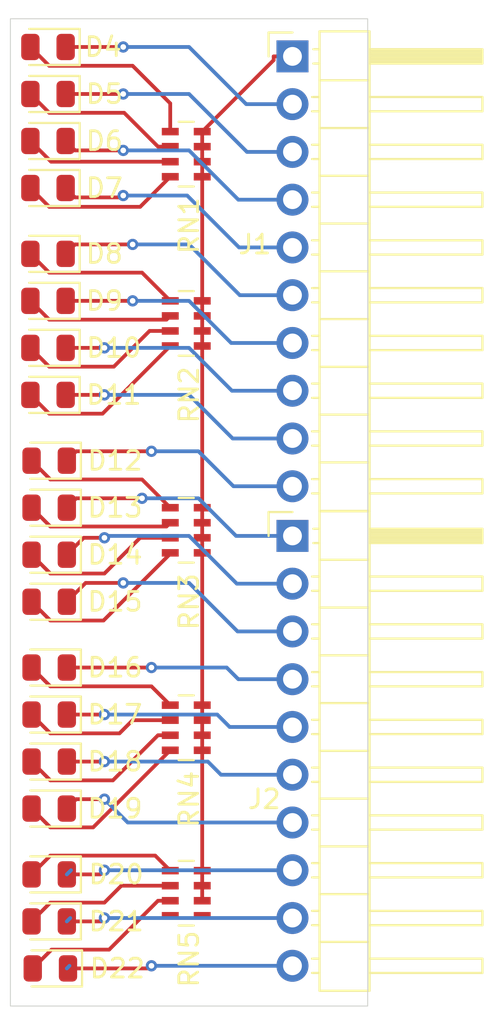
<source format=kicad_pcb>
(kicad_pcb (version 20240108) (generator "pcbnew") (generator_version "8.0")
  (layers (0 "F.Cu" signal) (31 "B.Cu" signal) (34 "B.Paste" user) (35 "F.Paste" user) (36 "B.SilkS" user "B.Silkscreen") (37 "F.SilkS" user "F.Silkscreen") (38 "B.Mask" user) (39 "F.Mask" user) (44 "Edge.Cuts" user))
  (net 0 "")
  (net 1 "I_00")
  (net 2 "Net-(D4-A)")
  (net 3 "Net-(D5-A)")
  (net 4 "I_01")
  (net 5 "Net-(D6-A)")
  (net 6 "I_02")
  (net 7 "Net-(D7-A)")
  (net 8 "I_03")
  (net 9 "Net-(D8-A)")
  (net 10 "I_04")
  (net 11 "I_05")
  (net 12 "Net-(D9-A)")
  (net 13 "I_06")
  (net 14 "Net-(D10-A)")
  (net 15 "Net-(D11-A)")
  (net 16 "I_07")
  (net 17 "Net-(D12-A)")
  (net 18 "I_08")
  (net 19 "Net-(D13-A)")
  (net 20 "I_09")
  (net 21 "Net-(D14-A)")
  (net 22 "I_0A")
  (net 23 "I_0B")
  (net 24 "Net-(D15-A)")
  (net 25 "I_0C")
  (net 26 "Net-(D16-A)")
  (net 27 "Net-(D17-A)")
  (net 28 "I_0D")
  (net 29 "I_0E")
  (net 30 "Net-(D18-A)")
  (net 31 "Net-(D19-A)")
  (net 32 "I_0F")
  (net 33 "I_10")
  (net 34 "Net-(D20-A)")
  (net 35 "Net-(D21-A)")
  (net 36 "I_11")
  (net 37 "I_12")
  (net 38 "Net-(D22-A)")
  (net 41 "+3.3V")
  (footprint "LED_SMD:LED_0805_2012Metric" (layer "F.Cu") (at 158.0625 87 180)
    (property "Reference" "D12" (at -3.5 0 0) (layer "F.SilkS"))
    (property "Value" "GREEN")
    (fp_line (start 1 -0.96) (end -1.685 -0.96) (stroke (width 0.12)) (layer "F.SilkS"))
    (fp_line (start -1.685 0.96) (end 1 0.96) (stroke (width 0.12)) (layer "F.SilkS"))
    (fp_line (start -1.685 -0.96) (end -1.685 0.96) (stroke (width 0.12)) (layer "F.SilkS"))
    (pad "1" smd roundrect (at -0.9375 0 180) (size 0.975 1.4) (layers "F.Cu" "F.Paste" "F.Mask") (net 18 "I_08"))
    (pad "2" smd roundrect (at 0.9375 0 180) (size 0.975 1.4) (layers "F.Cu" "F.Paste" "F.Mask") (net 17 "Net-(D12-A)"))
  )
  (footprint "LED_SMD:LED_0805_2012Metric" (layer "F.Cu") (at 158.0625 98 180)
    (property "Reference" "D16" (at -3.5 0 0) (layer "F.SilkS"))
    (property "Value" "GREEN")
    (fp_line (start 1 -0.96) (end -1.685 -0.96) (stroke (width 0.12)) (layer "F.SilkS"))
    (fp_line (start -1.685 0.96) (end 1 0.96) (stroke (width 0.12)) (layer "F.SilkS"))
    (fp_line (start -1.685 -0.96) (end -1.685 0.96) (stroke (width 0.12)) (layer "F.SilkS"))
    (pad "1" smd roundrect (at -0.9375 0 180) (size 0.975 1.4) (layers "F.Cu" "F.Paste" "F.Mask") (net 25 "I_0C"))
    (pad "2" smd roundrect (at 0.9375 0 180) (size 0.975 1.4) (layers "F.Cu" "F.Paste" "F.Mask") (net 26 "Net-(D16-A)"))
  )
  (footprint "LED_SMD:LED_0805_2012Metric" (layer "F.Cu") (at 158.0625 100.5 180)
    (property "Reference" "D17" (at -3.5 0 0) (layer "F.SilkS"))
    (property "Value" "GREEN")
    (fp_line (start 1 -0.96) (end -1.685 -0.96) (stroke (width 0.12)) (layer "F.SilkS"))
    (fp_line (start -1.685 0.96) (end 1 0.96) (stroke (width 0.12)) (layer "F.SilkS"))
    (fp_line (start -1.685 -0.96) (end -1.685 0.96) (stroke (width 0.12)) (layer "F.SilkS"))
    (pad "1" smd roundrect (at -0.9375 0 180) (size 0.975 1.4) (layers "F.Cu" "F.Paste" "F.Mask") (net 28 "I_0D"))
    (pad "2" smd roundrect (at 0.9375 0 180) (size 0.975 1.4) (layers "F.Cu" "F.Paste" "F.Mask") (net 27 "Net-(D17-A)"))
  )
  (footprint "Resistor_SMD:R_Array_Concave_4x0603" (layer "F.Cu") (at 165.35 110)
    (property "Reference" "RN5" (at 0.15 3.5 90) (layer "F.SilkS"))
    (property "Value" "680")
    (fp_line (start 0.4 -1.72) (end -0.4 -1.72) (stroke (width 0.12)) (layer "F.SilkS"))
    (fp_line (start 0.4 1.72) (end -0.4 1.72) (stroke (width 0.12)) (layer "F.SilkS"))
    (pad "1" smd rect (at -0.85 -1.2) (size 0.9 0.4) (layers "F.Cu" "F.Paste" "F.Mask") (net 34 "Net-(D20-A)"))
    (pad "2" smd rect (at -0.85 -0.4) (size 0.9 0.4) (layers "F.Cu" "F.Paste" "F.Mask") (net 35 "Net-(D21-A)"))
    (pad "3" smd rect (at -0.85 0.4) (size 0.9 0.4) (layers "F.Cu" "F.Paste" "F.Mask") (net 38 "Net-(D22-A)"))
    (pad "4" smd rect (at -0.85 1.2) (size 0.9 0.4) (layers "F.Cu" "F.Paste" "F.Mask"))
    (pad "5" smd rect (at 0.85 1.2) (size 0.9 0.4) (layers "F.Cu" "F.Paste" "F.Mask"))
    (pad "6" smd rect (at 0.85 0.4) (size 0.9 0.4) (layers "F.Cu" "F.Paste" "F.Mask") (net 41 "+3.3V"))
    (pad "7" smd rect (at 0.85 -0.4) (size 0.9 0.4) (layers "F.Cu" "F.Paste" "F.Mask") (net 41 "+3.3V"))
    (pad "8" smd rect (at 0.85 -1.2) (size 0.9 0.4) (layers "F.Cu" "F.Paste" "F.Mask") (net 41 "+3.3V"))
  )
  (footprint "LED_SMD:LED_0805_2012Metric" (layer "F.Cu") (at 158 70 180)
    (property "Reference" "D6" (at -3 0 0) (layer "F.SilkS"))
    (property "Value" "GREEN")
    (fp_line (start 1 -0.96) (end -1.685 -0.96) (stroke (width 0.12)) (layer "F.SilkS"))
    (fp_line (start -1.685 0.96) (end 1 0.96) (stroke (width 0.12)) (layer "F.SilkS"))
    (fp_line (start -1.685 -0.96) (end -1.685 0.96) (stroke (width 0.12)) (layer "F.SilkS"))
    (pad "1" smd roundrect (at -0.9375 0 180) (size 0.975 1.4) (layers "F.Cu" "F.Paste" "F.Mask") (net 6 "I_02"))
    (pad "2" smd roundrect (at 0.9375 0 180) (size 0.975 1.4) (layers "F.Cu" "F.Paste" "F.Mask") (net 5 "Net-(D6-A)"))
  )
  (footprint "LED_SMD:LED_0805_2012Metric" (layer "F.Cu") (at 158.0625 94.5 180)
    (property "Reference" "D15" (at -3.5 0 0) (layer "F.SilkS"))
    (property "Value" "GREEN")
    (fp_line (start 1 -0.96) (end -1.685 -0.96) (stroke (width 0.12)) (layer "F.SilkS"))
    (fp_line (start -1.685 0.96) (end 1 0.96) (stroke (width 0.12)) (layer "F.SilkS"))
    (fp_line (start -1.685 -0.96) (end -1.685 0.96) (stroke (width 0.12)) (layer "F.SilkS"))
    (pad "1" smd roundrect (at -0.9375 0 180) (size 0.975 1.4) (layers "F.Cu" "F.Paste" "F.Mask") (net 23 "I_0B"))
    (pad "2" smd roundrect (at 0.9375 0 180) (size 0.975 1.4) (layers "F.Cu" "F.Paste" "F.Mask") (net 24 "Net-(D15-A)"))
  )
  (footprint "LED_SMD:LED_0805_2012Metric" (layer "F.Cu") (at 158 78.5 180)
    (property "Reference" "D9" (at -3 0 0) (layer "F.SilkS"))
    (property "Value" "GREEN")
    (fp_line (start 1 -0.96) (end -1.685 -0.96) (stroke (width 0.12)) (layer "F.SilkS"))
    (fp_line (start -1.685 0.96) (end 1 0.96) (stroke (width 0.12)) (layer "F.SilkS"))
    (fp_line (start -1.685 -0.96) (end -1.685 0.96) (stroke (width 0.12)) (layer "F.SilkS"))
    (pad "1" smd roundrect (at -0.9375 0 180) (size 0.975 1.4) (layers "F.Cu" "F.Paste" "F.Mask") (net 11 "I_05"))
    (pad "2" smd roundrect (at 0.9375 0 180) (size 0.975 1.4) (layers "F.Cu" "F.Paste" "F.Mask") (net 12 "Net-(D9-A)"))
  )
  (footprint "Resistor_SMD:R_Array_Concave_4x0603" (layer "F.Cu") (at 165.35 101.2)
    (property "Reference" "RN4" (at 0.15 3.8 90) (layer "F.SilkS"))
    (property "Value" "680")
    (fp_line (start 0.4 -1.72) (end -0.4 -1.72) (stroke (width 0.12)) (layer "F.SilkS"))
    (fp_line (start 0.4 1.72) (end -0.4 1.72) (stroke (width 0.12)) (layer "F.SilkS"))
    (pad "1" smd rect (at -0.85 -1.2) (size 0.9 0.4) (layers "F.Cu" "F.Paste" "F.Mask") (net 26 "Net-(D16-A)"))
    (pad "2" smd rect (at -0.85 -0.4) (size 0.9 0.4) (layers "F.Cu" "F.Paste" "F.Mask") (net 27 "Net-(D17-A)"))
    (pad "3" smd rect (at -0.85 0.4) (size 0.9 0.4) (layers "F.Cu" "F.Paste" "F.Mask") (net 30 "Net-(D18-A)"))
    (pad "4" smd rect (at -0.85 1.2) (size 0.9 0.4) (layers "F.Cu" "F.Paste" "F.Mask") (net 31 "Net-(D19-A)"))
    (pad "5" smd rect (at 0.85 1.2) (size 0.9 0.4) (layers "F.Cu" "F.Paste" "F.Mask") (net 41 "+3.3V"))
    (pad "6" smd rect (at 0.85 0.4) (size 0.9 0.4) (layers "F.Cu" "F.Paste" "F.Mask") (net 41 "+3.3V"))
    (pad "7" smd rect (at 0.85 -0.4) (size 0.9 0.4) (layers "F.Cu" "F.Paste" "F.Mask") (net 41 "+3.3V"))
    (pad "8" smd rect (at 0.85 -1.2) (size 0.9 0.4) (layers "F.Cu" "F.Paste" "F.Mask") (net 41 "+3.3V"))
  )
  (footprint "Connector_PinHeader_2.54mm:PinHeader_1x10_P2.54mm_Horizontal" (layer "F.Cu") (at 171 65.5)
    (property "Reference" "J1" (at -2 10 0) (layer "F.SilkS"))
    (property "Value" "INPUT10")
    (fp_line (start -1.27 -1.27) (end 0 -1.27) (stroke (width 0.12)) (layer "F.SilkS"))
    (fp_line (start -1.27 0) (end -1.27 -1.27) (stroke (width 0.12)) (layer "F.SilkS"))
    (fp_line (start 1.042929 2.16) (end 1.44 2.16) (stroke (width 0.12)) (layer "F.SilkS"))
    (fp_line (start 1.042929 2.92) (end 1.44 2.92) (stroke (width 0.12)) (layer "F.SilkS"))
    (fp_line (start 1.042929 4.7) (end 1.44 4.7) (stroke (width 0.12)) (layer "F.SilkS"))
    (fp_line (start 1.042929 5.46) (end 1.44 5.46) (stroke (width 0.12)) (layer "F.SilkS"))
    (fp_line (start 1.042929 7.24) (end 1.44 7.24) (stroke (width 0.12)) (layer "F.SilkS"))
    (fp_line (start 1.042929 8) (end 1.44 8) (stroke (width 0.12)) (layer "F.SilkS"))
    (fp_line (start 1.042929 9.78) (end 1.44 9.78) (stroke (width 0.12)) (layer "F.SilkS"))
    (fp_line (start 1.042929 10.54) (end 1.44 10.54) (stroke (width 0.12)) (layer "F.SilkS"))
    (fp_line (start 1.042929 12.32) (end 1.44 12.32) (stroke (width 0.12)) (layer "F.SilkS"))
    (fp_line (start 1.042929 13.08) (end 1.44 13.08) (stroke (width 0.12)) (layer "F.SilkS"))
    (fp_line (start 1.042929 14.86) (end 1.44 14.86) (stroke (width 0.12)) (layer "F.SilkS"))
    (fp_line (start 1.042929 15.62) (end 1.44 15.62) (stroke (width 0.12)) (layer "F.SilkS"))
    (fp_line (start 1.042929 17.4) (end 1.44 17.4) (stroke (width 0.12)) (layer "F.SilkS"))
    (fp_line (start 1.042929 18.16) (end 1.44 18.16) (stroke (width 0.12)) (layer "F.SilkS"))
    (fp_line (start 1.042929 19.94) (end 1.44 19.94) (stroke (width 0.12)) (layer "F.SilkS"))
    (fp_line (start 1.042929 20.7) (end 1.44 20.7) (stroke (width 0.12)) (layer "F.SilkS"))
    (fp_line (start 1.042929 22.48) (end 1.44 22.48) (stroke (width 0.12)) (layer "F.SilkS"))
    (fp_line (start 1.042929 23.24) (end 1.44 23.24) (stroke (width 0.12)) (layer "F.SilkS"))
    (fp_line (start 1.11 -0.38) (end 1.44 -0.38) (stroke (width 0.12)) (layer "F.SilkS"))
    (fp_line (start 1.11 0.38) (end 1.44 0.38) (stroke (width 0.12)) (layer "F.SilkS"))
    (fp_line (start 1.44 -1.33) (end 1.44 24.19) (stroke (width 0.12)) (layer "F.SilkS"))
    (fp_line (start 1.44 1.27) (end 4.1 1.27) (stroke (width 0.12)) (layer "F.SilkS"))
    (fp_line (start 1.44 3.81) (end 4.1 3.81) (stroke (width 0.12)) (layer "F.SilkS"))
    (fp_line (start 1.44 6.35) (end 4.1 6.35) (stroke (width 0.12)) (layer "F.SilkS"))
    (fp_line (start 1.44 8.89) (end 4.1 8.89) (stroke (width 0.12)) (layer "F.SilkS"))
    (fp_line (start 1.44 11.43) (end 4.1 11.43) (stroke (width 0.12)) (layer "F.SilkS"))
    (fp_line (start 1.44 13.97) (end 4.1 13.97) (stroke (width 0.12)) (layer "F.SilkS"))
    (fp_line (start 1.44 16.51) (end 4.1 16.51) (stroke (width 0.12)) (layer "F.SilkS"))
    (fp_line (start 1.44 19.05) (end 4.1 19.05) (stroke (width 0.12)) (layer "F.SilkS"))
    (fp_line (start 1.44 21.59) (end 4.1 21.59) (stroke (width 0.12)) (layer "F.SilkS"))
    (fp_line (start 1.44 24.19) (end 4.1 24.19) (stroke (width 0.12)) (layer "F.SilkS"))
    (fp_line (start 4.1 -1.33) (end 1.44 -1.33) (stroke (width 0.12)) (layer "F.SilkS"))
    (fp_line (start 4.1 -0.38) (end 10.1 -0.38) (stroke (width 0.12)) (layer "F.SilkS"))
    (fp_line (start 4.1 -0.32) (end 10.1 -0.32) (stroke (width 0.12)) (layer "F.SilkS"))
    (fp_line (start 4.1 -0.2) (end 10.1 -0.2) (stroke (width 0.12)) (layer "F.SilkS"))
    (fp_line (start 4.1 -0.08) (end 10.1 -0.08) (stroke (width 0.12)) (layer "F.SilkS"))
    (fp_line (start 4.1 0.04) (end 10.1 0.04) (stroke (width 0.12)) (layer "F.SilkS"))
    (fp_line (start 4.1 0.16) (end 10.1 0.16) (stroke (width 0.12)) (layer "F.SilkS"))
    (fp_line (start 4.1 0.28) (end 10.1 0.28) (stroke (width 0.12)) (layer "F.SilkS"))
    (fp_line (start 4.1 2.16) (end 10.1 2.16) (stroke (width 0.12)) (layer "F.SilkS"))
    (fp_line (start 4.1 4.7) (end 10.1 4.7) (stroke (width 0.12)) (layer "F.SilkS"))
    (fp_line (start 4.1 7.24) (end 10.1 7.24) (stroke (width 0.12)) (layer "F.SilkS"))
    (fp_line (start 4.1 9.78) (end 10.1 9.78) (stroke (width 0.12)) (layer "F.SilkS"))
    (fp_line (start 4.1 12.32) (end 10.1 12.32) (stroke (width 0.12)) (layer "F.SilkS"))
    (fp_line (start 4.1 14.86) (end 10.1 14.86) (stroke (width 0.12)) (layer "F.SilkS"))
    (fp_line (start 4.1 17.4) (end 10.1 17.4) (stroke (width 0.12)) (layer "F.SilkS"))
    (fp_line (start 4.1 19.94) (end 10.1 19.94) (stroke (width 0.12)) (layer "F.SilkS"))
    (fp_line (start 4.1 22.48) (end 10.1 22.48) (stroke (width 0.12)) (layer "F.SilkS"))
    (fp_line (start 4.1 24.19) (end 4.1 -1.33) (stroke (width 0.12)) (layer "F.SilkS"))
    (fp_line (start 10.1 -0.38) (end 10.1 0.38) (stroke (width 0.12)) (layer "F.SilkS"))
    (fp_line (start 10.1 0.38) (end 4.1 0.38) (stroke (width 0.12)) (layer "F.SilkS"))
    (fp_line (start 10.1 2.16) (end 10.1 2.92) (stroke (width 0.12)) (layer "F.SilkS"))
    (fp_line (start 10.1 2.92) (end 4.1 2.92) (stroke (width 0.12)) (layer "F.SilkS"))
    (fp_line (start 10.1 4.7) (end 10.1 5.46) (stroke (width 0.12)) (layer "F.SilkS"))
    (fp_line (start 10.1 5.46) (end 4.1 5.46) (stroke (width 0.12)) (layer "F.SilkS"))
    (fp_line (start 10.1 7.24) (end 10.1 8) (stroke (width 0.12)) (layer "F.SilkS"))
    (fp_line (start 10.1 8) (end 4.1 8) (stroke (width 0.12)) (layer "F.SilkS"))
    (fp_line (start 10.1 9.78) (end 10.1 10.54) (stroke (width 0.12)) (layer "F.SilkS"))
    (fp_line (start 10.1 10.54) (end 4.1 10.54) (stroke (width 0.12)) (layer "F.SilkS"))
    (fp_line (start 10.1 12.32) (end 10.1 13.08) (stroke (width 0.12)) (layer "F.SilkS"))
    (fp_line (start 10.1 13.08) (end 4.1 13.08) (stroke (width 0.12)) (layer "F.SilkS"))
    (fp_line (start 10.1 14.86) (end 10.1 15.62) (stroke (width 0.12)) (layer "F.SilkS"))
    (fp_line (start 10.1 15.62) (end 4.1 15.62) (stroke (width 0.12)) (layer "F.SilkS"))
    (fp_line (start 10.1 17.4) (end 10.1 18.16) (stroke (width 0.12)) (layer "F.SilkS"))
    (fp_line (start 10.1 18.16) (end 4.1 18.16) (stroke (width 0.12)) (layer "F.SilkS"))
    (fp_line (start 10.1 19.94) (end 10.1 20.7) (stroke (width 0.12)) (layer "F.SilkS"))
    (fp_line (start 10.1 20.7) (end 4.1 20.7) (stroke (width 0.12)) (layer "F.SilkS"))
    (fp_line (start 10.1 22.48) (end 10.1 23.24) (stroke (width 0.12)) (layer "F.SilkS"))
    (fp_line (start 10.1 23.24) (end 4.1 23.24) (stroke (width 0.12)) (layer "F.SilkS"))
    (pad "1" thru_hole rect (at 0 0) (size 1.7 1.7) (drill 1) (layers "*.Cu" "*.Mask") (net 41 "+3.3V"))
    (pad "2" thru_hole oval (at 0 2.54) (size 1.7 1.7) (drill 1) (layers "*.Cu" "*.Mask") (net 1 "I_00"))
    (pad "3" thru_hole oval (at 0 5.08) (size 1.7 1.7) (drill 1) (layers "*.Cu" "*.Mask") (net 4 "I_01"))
    (pad "4" thru_hole oval (at 0 7.62) (size 1.7 1.7) (drill 1) (layers "*.Cu" "*.Mask") (net 6 "I_02"))
    (pad "5" thru_hole oval (at 0 10.16) (size 1.7 1.7) (drill 1) (layers "*.Cu" "*.Mask") (net 8 "I_03"))
    (pad "6" thru_hole oval (at 0 12.7) (size 1.7 1.7) (drill 1) (layers "*.Cu" "*.Mask") (net 10 "I_04"))
    (pad "7" thru_hole oval (at 0 15.24) (size 1.7 1.7) (drill 1) (layers "*.Cu" "*.Mask") (net 11 "I_05"))
    (pad "8" thru_hole oval (at 0 17.78) (size 1.7 1.7) (drill 1) (layers "*.Cu" "*.Mask") (net 13 "I_06"))
    (pad "9" thru_hole oval (at 0 20.32) (size 1.7 1.7) (drill 1) (layers "*.Cu" "*.Mask") (net 16 "I_07"))
    (pad "10" thru_hole oval (at 0 22.86) (size 1.7 1.7) (drill 1) (layers "*.Cu" "*.Mask") (net 18 "I_08"))
  )
  (footprint "LED_SMD:LED_0805_2012Metric" (layer "F.Cu") (at 158.0625 103 180)
    (property "Reference" "D18" (at -3.5 0 0) (layer "F.SilkS"))
    (property "Value" "GREEN")
    (fp_line (start 1 -0.96) (end -1.685 -0.96) (stroke (width 0.12)) (layer "F.SilkS"))
    (fp_line (start -1.685 0.96) (end 1 0.96) (stroke (width 0.12)) (layer "F.SilkS"))
    (fp_line (start -1.685 -0.96) (end -1.685 0.96) (stroke (width 0.12)) (layer "F.SilkS"))
    (pad "1" smd roundrect (at -0.9375 0 180) (size 0.975 1.4) (layers "F.Cu" "F.Paste" "F.Mask") (net 29 "I_0E"))
    (pad "2" smd roundrect (at 0.9375 0 180) (size 0.975 1.4) (layers "F.Cu" "F.Paste" "F.Mask") (net 30 "Net-(D18-A)"))
  )
  (footprint "Resistor_SMD:R_Array_Concave_4x0603" (layer "F.Cu") (at 165.35 90.7)
    (property "Reference" "RN3" (at 0.15 3.8 90) (layer "F.SilkS"))
    (property "Value" "680")
    (fp_line (start 0.4 -1.72) (end -0.4 -1.72) (stroke (width 0.12)) (layer "F.SilkS"))
    (fp_line (start 0.4 1.72) (end -0.4 1.72) (stroke (width 0.12)) (layer "F.SilkS"))
    (pad "1" smd rect (at -0.85 -1.2) (size 0.9 0.4) (layers "F.Cu" "F.Paste" "F.Mask") (net 17 "Net-(D12-A)"))
    (pad "2" smd rect (at -0.85 -0.4) (size 0.9 0.4) (layers "F.Cu" "F.Paste" "F.Mask") (net 19 "Net-(D13-A)"))
    (pad "3" smd rect (at -0.85 0.4) (size 0.9 0.4) (layers "F.Cu" "F.Paste" "F.Mask") (net 21 "Net-(D14-A)"))
    (pad "4" smd rect (at -0.85 1.2) (size 0.9 0.4) (layers "F.Cu" "F.Paste" "F.Mask") (net 24 "Net-(D15-A)"))
    (pad "5" smd rect (at 0.85 1.2) (size 0.9 0.4) (layers "F.Cu" "F.Paste" "F.Mask") (net 41 "+3.3V"))
    (pad "6" smd rect (at 0.85 0.4) (size 0.9 0.4) (layers "F.Cu" "F.Paste" "F.Mask") (net 41 "+3.3V"))
    (pad "7" smd rect (at 0.85 -0.4) (size 0.9 0.4) (layers "F.Cu" "F.Paste" "F.Mask") (net 41 "+3.3V"))
    (pad "8" smd rect (at 0.85 -1.2) (size 0.9 0.4) (layers "F.Cu" "F.Paste" "F.Mask") (net 41 "+3.3V"))
  )
  (footprint "LED_SMD:LED_0805_2012Metric" (layer "F.Cu") (at 158 65 180)
    (property "Reference" "D4" (at -2.9375 0 0) (layer "F.SilkS"))
    (property "Value" "GREEN")
    (fp_line (start 1 -0.96) (end -1.685 -0.96) (stroke (width 0.12)) (layer "F.SilkS"))
    (fp_line (start -1.685 0.96) (end 1 0.96) (stroke (width 0.12)) (layer "F.SilkS"))
    (fp_line (start -1.685 -0.96) (end -1.685 0.96) (stroke (width 0.12)) (layer "F.SilkS"))
    (pad "1" smd roundrect (at -0.9375 0 180) (size 0.975 1.4) (layers "F.Cu" "F.Paste" "F.Mask") (net 1 "I_00"))
    (pad "2" smd roundrect (at 0.9375 0 180) (size 0.975 1.4) (layers "F.Cu" "F.Paste" "F.Mask") (net 2 "Net-(D4-A)"))
  )
  (footprint "LED_SMD:LED_0805_2012Metric" (layer "F.Cu") (at 158 83.5 180)
    (property "Reference" "D11" (at -3.5 0 0) (layer "F.SilkS"))
    (property "Value" "GREEN")
    (fp_line (start 1 -0.96) (end -1.685 -0.96) (stroke (width 0.12)) (layer "F.SilkS"))
    (fp_line (start -1.685 0.96) (end 1 0.96) (stroke (width 0.12)) (layer "F.SilkS"))
    (fp_line (start -1.685 -0.96) (end -1.685 0.96) (stroke (width 0.12)) (layer "F.SilkS"))
    (pad "1" smd roundrect (at -0.9375 0 180) (size 0.975 1.4) (layers "F.Cu" "F.Paste" "F.Mask") (net 16 "I_07"))
    (pad "2" smd roundrect (at 0.9375 0 180) (size 0.975 1.4) (layers "F.Cu" "F.Paste" "F.Mask") (net 15 "Net-(D11-A)"))
  )
  (footprint "LED_SMD:LED_0805_2012Metric" (layer "F.Cu") (at 158 67.5 180)
    (property "Reference" "D5" (at -3 0 0) (layer "F.SilkS"))
    (property "Value" "GREEN")
    (fp_line (start 1 -0.96) (end -1.685 -0.96) (stroke (width 0.12)) (layer "F.SilkS"))
    (fp_line (start -1.685 0.96) (end 1 0.96) (stroke (width 0.12)) (layer "F.SilkS"))
    (fp_line (start -1.685 -0.96) (end -1.685 0.96) (stroke (width 0.12)) (layer "F.SilkS"))
    (pad "1" smd roundrect (at -0.9375 0 180) (size 0.975 1.4) (layers "F.Cu" "F.Paste" "F.Mask") (net 4 "I_01"))
    (pad "2" smd roundrect (at 0.9375 0 180) (size 0.975 1.4) (layers "F.Cu" "F.Paste" "F.Mask") (net 3 "Net-(D5-A)"))
  )
  (footprint "LED_SMD:LED_0805_2012Metric" (layer "F.Cu") (at 158 72.5 180)
    (property "Reference" "D7" (at -3 0 0) (layer "F.SilkS"))
    (property "Value" "GREEN")
    (fp_line (start 1 -0.96) (end -1.685 -0.96) (stroke (width 0.12)) (layer "F.SilkS"))
    (fp_line (start -1.685 0.96) (end 1 0.96) (stroke (width 0.12)) (layer "F.SilkS"))
    (fp_line (start -1.685 -0.96) (end -1.685 0.96) (stroke (width 0.12)) (layer "F.SilkS"))
    (pad "1" smd roundrect (at -0.9375 0 180) (size 0.975 1.4) (layers "F.Cu" "F.Paste" "F.Mask") (net 8 "I_03"))
    (pad "2" smd roundrect (at 0.9375 0 180) (size 0.975 1.4) (layers "F.Cu" "F.Paste" "F.Mask") (net 7 "Net-(D7-A)"))
  )
  (footprint "LED_SMD:LED_0805_2012Metric" (layer "F.Cu") (at 158.0625 92 180)
    (property "Reference" "D14" (at -3.5 0 0) (layer "F.SilkS"))
    (property "Value" "GREEN")
    (fp_line (start 1 -0.96) (end -1.685 -0.96) (stroke (width 0.12)) (layer "F.SilkS"))
    (fp_line (start -1.685 0.96) (end 1 0.96) (stroke (width 0.12)) (layer "F.SilkS"))
    (fp_line (start -1.685 -0.96) (end -1.685 0.96) (stroke (width 0.12)) (layer "F.SilkS"))
    (pad "1" smd roundrect (at -0.9375 0 180) (size 0.975 1.4) (layers "F.Cu" "F.Paste" "F.Mask") (net 22 "I_0A"))
    (pad "2" smd roundrect (at 0.9375 0 180) (size 0.975 1.4) (layers "F.Cu" "F.Paste" "F.Mask") (net 21 "Net-(D14-A)"))
  )
  (footprint "Resistor_SMD:R_Array_Concave_4x0603" (layer "F.Cu") (at 165.35 70.7)
    (property "Reference" "RN1" (at 0.15 3.8 90) (layer "F.SilkS"))
    (property "Value" "680")
    (fp_line (start 0.4 -1.72) (end -0.4 -1.72) (stroke (width 0.12)) (layer "F.SilkS"))
    (fp_line (start 0.4 1.72) (end -0.4 1.72) (stroke (width 0.12)) (layer "F.SilkS"))
    (pad "1" smd rect (at -0.85 -1.2) (size 0.9 0.4) (layers "F.Cu" "F.Paste" "F.Mask") (net 2 "Net-(D4-A)"))
    (pad "2" smd rect (at -0.85 -0.4) (size 0.9 0.4) (layers "F.Cu" "F.Paste" "F.Mask") (net 3 "Net-(D5-A)"))
    (pad "3" smd rect (at -0.85 0.4) (size 0.9 0.4) (layers "F.Cu" "F.Paste" "F.Mask") (net 5 "Net-(D6-A)"))
    (pad "4" smd rect (at -0.85 1.2) (size 0.9 0.4) (layers "F.Cu" "F.Paste" "F.Mask") (net 7 "Net-(D7-A)"))
    (pad "5" smd rect (at 0.85 1.2) (size 0.9 0.4) (layers "F.Cu" "F.Paste" "F.Mask") (net 41 "+3.3V"))
    (pad "6" smd rect (at 0.85 0.4) (size 0.9 0.4) (layers "F.Cu" "F.Paste" "F.Mask") (net 41 "+3.3V"))
    (pad "7" smd rect (at 0.85 -0.4) (size 0.9 0.4) (layers "F.Cu" "F.Paste" "F.Mask") (net 41 "+3.3V"))
    (pad "8" smd rect (at 0.85 -1.2) (size 0.9 0.4) (layers "F.Cu" "F.Paste" "F.Mask") (net 41 "+3.3V"))
  )
  (footprint "Connector_PinHeader_2.54mm:PinHeader_1x10_P2.54mm_Horizontal" (layer "F.Cu") (at 171 91)
    (property "Reference" "J2" (at -1.5 14 0) (layer "F.SilkS"))
    (property "Value" "INPUT12")
    (fp_line (start -1.27 -1.27) (end 0 -1.27) (stroke (width 0.12)) (layer "F.SilkS"))
    (fp_line (start -1.27 0) (end -1.27 -1.27) (stroke (width 0.12)) (layer "F.SilkS"))
    (fp_line (start 1.042929 2.16) (end 1.44 2.16) (stroke (width 0.12)) (layer "F.SilkS"))
    (fp_line (start 1.042929 2.92) (end 1.44 2.92) (stroke (width 0.12)) (layer "F.SilkS"))
    (fp_line (start 1.042929 4.7) (end 1.44 4.7) (stroke (width 0.12)) (layer "F.SilkS"))
    (fp_line (start 1.042929 5.46) (end 1.44 5.46) (stroke (width 0.12)) (layer "F.SilkS"))
    (fp_line (start 1.042929 7.24) (end 1.44 7.24) (stroke (width 0.12)) (layer "F.SilkS"))
    (fp_line (start 1.042929 8) (end 1.44 8) (stroke (width 0.12)) (layer "F.SilkS"))
    (fp_line (start 1.042929 9.78) (end 1.44 9.78) (stroke (width 0.12)) (layer "F.SilkS"))
    (fp_line (start 1.042929 10.54) (end 1.44 10.54) (stroke (width 0.12)) (layer "F.SilkS"))
    (fp_line (start 1.042929 12.32) (end 1.44 12.32) (stroke (width 0.12)) (layer "F.SilkS"))
    (fp_line (start 1.042929 13.08) (end 1.44 13.08) (stroke (width 0.12)) (layer "F.SilkS"))
    (fp_line (start 1.042929 14.86) (end 1.44 14.86) (stroke (width 0.12)) (layer "F.SilkS"))
    (fp_line (start 1.042929 15.62) (end 1.44 15.62) (stroke (width 0.12)) (layer "F.SilkS"))
    (fp_line (start 1.042929 17.4) (end 1.44 17.4) (stroke (width 0.12)) (layer "F.SilkS"))
    (fp_line (start 1.042929 18.16) (end 1.44 18.16) (stroke (width 0.12)) (layer "F.SilkS"))
    (fp_line (start 1.042929 19.94) (end 1.44 19.94) (stroke (width 0.12)) (layer "F.SilkS"))
    (fp_line (start 1.042929 20.7) (end 1.44 20.7) (stroke (width 0.12)) (layer "F.SilkS"))
    (fp_line (start 1.042929 22.48) (end 1.44 22.48) (stroke (width 0.12)) (layer "F.SilkS"))
    (fp_line (start 1.042929 23.24) (end 1.44 23.24) (stroke (width 0.12)) (layer "F.SilkS"))
    (fp_line (start 1.11 -0.38) (end 1.44 -0.38) (stroke (width 0.12)) (layer "F.SilkS"))
    (fp_line (start 1.11 0.38) (end 1.44 0.38) (stroke (width 0.12)) (layer "F.SilkS"))
    (fp_line (start 1.44 -1.33) (end 1.44 24.19) (stroke (width 0.12)) (layer "F.SilkS"))
    (fp_line (start 1.44 1.27) (end 4.1 1.27) (stroke (width 0.12)) (layer "F.SilkS"))
    (fp_line (start 1.44 3.81) (end 4.1 3.81) (stroke (width 0.12)) (layer "F.SilkS"))
    (fp_line (start 1.44 6.35) (end 4.1 6.35) (stroke (width 0.12)) (layer "F.SilkS"))
    (fp_line (start 1.44 8.89) (end 4.1 8.89) (stroke (width 0.12)) (layer "F.SilkS"))
    (fp_line (start 1.44 11.43) (end 4.1 11.43) (stroke (width 0.12)) (layer "F.SilkS"))
    (fp_line (start 1.44 13.97) (end 4.1 13.97) (stroke (width 0.12)) (layer "F.SilkS"))
    (fp_line (start 1.44 16.51) (end 4.1 16.51) (stroke (width 0.12)) (layer "F.SilkS"))
    (fp_line (start 1.44 19.05) (end 4.1 19.05) (stroke (width 0.12)) (layer "F.SilkS"))
    (fp_line (start 1.44 21.59) (end 4.1 21.59) (stroke (width 0.12)) (layer "F.SilkS"))
    (fp_line (start 1.44 24.19) (end 4.1 24.19) (stroke (width 0.12)) (layer "F.SilkS"))
    (fp_line (start 4.1 -1.33) (end 1.44 -1.33) (stroke (width 0.12)) (layer "F.SilkS"))
    (fp_line (start 4.1 -0.38) (end 10.1 -0.38) (stroke (width 0.12)) (layer "F.SilkS"))
    (fp_line (start 4.1 -0.32) (end 10.1 -0.32) (stroke (width 0.12)) (layer "F.SilkS"))
    (fp_line (start 4.1 -0.2) (end 10.1 -0.2) (stroke (width 0.12)) (layer "F.SilkS"))
    (fp_line (start 4.1 -0.08) (end 10.1 -0.08) (stroke (width 0.12)) (layer "F.SilkS"))
    (fp_line (start 4.1 0.04) (end 10.1 0.04) (stroke (width 0.12)) (layer "F.SilkS"))
    (fp_line (start 4.1 0.16) (end 10.1 0.16) (stroke (width 0.12)) (layer "F.SilkS"))
    (fp_line (start 4.1 0.28) (end 10.1 0.28) (stroke (width 0.12)) (layer "F.SilkS"))
    (fp_line (start 4.1 2.16) (end 10.1 2.16) (stroke (width 0.12)) (layer "F.SilkS"))
    (fp_line (start 4.1 4.7) (end 10.1 4.7) (stroke (width 0.12)) (layer "F.SilkS"))
    (fp_line (start 4.1 7.24) (end 10.1 7.24) (stroke (width 0.12)) (layer "F.SilkS"))
    (fp_line (start 4.1 9.78) (end 10.1 9.78) (stroke (width 0.12)) (layer "F.SilkS"))
    (fp_line (start 4.1 12.32) (end 10.1 12.32) (stroke (width 0.12)) (layer "F.SilkS"))
    (fp_line (start 4.1 14.86) (end 10.1 14.86) (stroke (width 0.12)) (layer "F.SilkS"))
    (fp_line (start 4.1 17.4) (end 10.1 17.4) (stroke (width 0.12)) (layer "F.SilkS"))
    (fp_line (start 4.1 19.94) (end 10.1 19.94) (stroke (width 0.12)) (layer "F.SilkS"))
    (fp_line (start 4.1 22.48) (end 10.1 22.48) (stroke (width 0.12)) (layer "F.SilkS"))
    (fp_line (start 4.1 24.19) (end 4.1 -1.33) (stroke (width 0.12)) (layer "F.SilkS"))
    (fp_line (start 10.1 -0.38) (end 10.1 0.38) (stroke (width 0.12)) (layer "F.SilkS"))
    (fp_line (start 10.1 0.38) (end 4.1 0.38) (stroke (width 0.12)) (layer "F.SilkS"))
    (fp_line (start 10.1 2.16) (end 10.1 2.92) (stroke (width 0.12)) (layer "F.SilkS"))
    (fp_line (start 10.1 2.92) (end 4.1 2.92) (stroke (width 0.12)) (layer "F.SilkS"))
    (fp_line (start 10.1 4.7) (end 10.1 5.46) (stroke (width 0.12)) (layer "F.SilkS"))
    (fp_line (start 10.1 5.46) (end 4.1 5.46) (stroke (width 0.12)) (layer "F.SilkS"))
    (fp_line (start 10.1 7.24) (end 10.1 8) (stroke (width 0.12)) (layer "F.SilkS"))
    (fp_line (start 10.1 8) (end 4.1 8) (stroke (width 0.12)) (layer "F.SilkS"))
    (fp_line (start 10.1 9.78) (end 10.1 10.54) (stroke (width 0.12)) (layer "F.SilkS"))
    (fp_line (start 10.1 10.54) (end 4.1 10.54) (stroke (width 0.12)) (layer "F.SilkS"))
    (fp_line (start 10.1 12.32) (end 10.1 13.08) (stroke (width 0.12)) (layer "F.SilkS"))
    (fp_line (start 10.1 13.08) (end 4.1 13.08) (stroke (width 0.12)) (layer "F.SilkS"))
    (fp_line (start 10.1 14.86) (end 10.1 15.62) (stroke (width 0.12)) (layer "F.SilkS"))
    (fp_line (start 10.1 15.62) (end 4.1 15.62) (stroke (width 0.12)) (layer "F.SilkS"))
    (fp_line (start 10.1 17.4) (end 10.1 18.16) (stroke (width 0.12)) (layer "F.SilkS"))
    (fp_line (start 10.1 18.16) (end 4.1 18.16) (stroke (width 0.12)) (layer "F.SilkS"))
    (fp_line (start 10.1 19.94) (end 10.1 20.7) (stroke (width 0.12)) (layer "F.SilkS"))
    (fp_line (start 10.1 20.7) (end 4.1 20.7) (stroke (width 0.12)) (layer "F.SilkS"))
    (fp_line (start 10.1 22.48) (end 10.1 23.24) (stroke (width 0.12)) (layer "F.SilkS"))
    (fp_line (start 10.1 23.24) (end 4.1 23.24) (stroke (width 0.12)) (layer "F.SilkS"))
    (pad "1" thru_hole rect (at 0 0) (size 1.7 1.7) (drill 1) (layers "*.Cu" "*.Mask") (net 20 "I_09"))
    (pad "2" thru_hole oval (at 0 2.54) (size 1.7 1.7) (drill 1) (layers "*.Cu" "*.Mask") (net 22 "I_0A"))
    (pad "3" thru_hole oval (at 0 5.08) (size 1.7 1.7) (drill 1) (layers "*.Cu" "*.Mask") (net 23 "I_0B"))
    (pad "4" thru_hole oval (at 0 7.62) (size 1.7 1.7) (drill 1) (layers "*.Cu" "*.Mask") (net 25 "I_0C"))
    (pad "5" thru_hole oval (at 0 10.16) (size 1.7 1.7) (drill 1) (layers "*.Cu" "*.Mask") (net 28 "I_0D"))
    (pad "6" thru_hole oval (at 0 12.7) (size 1.7 1.7) (drill 1) (layers "*.Cu" "*.Mask") (net 29 "I_0E"))
    (pad "7" thru_hole oval (at 0 15.24) (size 1.7 1.7) (drill 1) (layers "*.Cu" "*.Mask") (net 32 "I_0F"))
    (pad "8" thru_hole oval (at 0 17.78) (size 1.7 1.7) (drill 1) (layers "*.Cu" "*.Mask") (net 33 "I_10"))
    (pad "9" thru_hole oval (at 0 20.32) (size 1.7 1.7) (drill 1) (layers "*.Cu" "*.Mask") (net 36 "I_11"))
    (pad "10" thru_hole oval (at 0 22.86) (size 1.7 1.7) (drill 1) (layers "*.Cu" "*.Mask") (net 37 "I_12"))
  )
  (footprint "LED_SMD:LED_0805_2012Metric" (layer "F.Cu") (at 158 81 180)
    (property "Reference" "D10" (at -3.5 0 0) (layer "F.SilkS"))
    (property "Value" "GREEN")
    (fp_line (start 1 -0.96) (end -1.685 -0.96) (stroke (width 0.12)) (layer "F.SilkS"))
    (fp_line (start -1.685 0.96) (end 1 0.96) (stroke (width 0.12)) (layer "F.SilkS"))
    (fp_line (start -1.685 -0.96) (end -1.685 0.96) (stroke (width 0.12)) (layer "F.SilkS"))
    (pad "1" smd roundrect (at -0.9375 0 180) (size 0.975 1.4) (layers "F.Cu" "F.Paste" "F.Mask") (net 13 "I_06"))
    (pad "2" smd roundrect (at 0.9375 0 180) (size 0.975 1.4) (layers "F.Cu" "F.Paste" "F.Mask") (net 14 "Net-(D10-A)"))
  )
  (footprint "LED_SMD:LED_0805_2012Metric" (layer "F.Cu") (at 158.0625 89.5 180)
    (property "Reference" "D13" (at -3.5 0 0) (layer "F.SilkS"))
    (property "Value" "GREEN")
    (fp_line (start 1 -0.96) (end -1.685 -0.96) (stroke (width 0.12)) (layer "F.SilkS"))
    (fp_line (start -1.685 0.96) (end 1 0.96) (stroke (width 0.12)) (layer "F.SilkS"))
    (fp_line (start -1.685 -0.96) (end -1.685 0.96) (stroke (width 0.12)) (layer "F.SilkS"))
    (pad "1" smd roundrect (at -0.9375 0 180) (size 0.975 1.4) (layers "F.Cu" "F.Paste" "F.Mask") (net 20 "I_09"))
    (pad "2" smd roundrect (at 0.9375 0 180) (size 0.975 1.4) (layers "F.Cu" "F.Paste" "F.Mask") (net 19 "Net-(D13-A)"))
  )
  (footprint "LED_SMD:LED_0805_2012Metric" (layer "F.Cu") (at 158.0625 111.5 180)
    (property "Reference" "D21" (at -3.5625 0 0) (layer "F.SilkS"))
    (property "Value" "GREEN")
    (fp_line (start 1 -0.96) (end -1.685 -0.96) (stroke (width 0.12)) (layer "F.SilkS"))
    (fp_line (start -1.685 0.96) (end 1 0.96) (stroke (width 0.12)) (layer "F.SilkS"))
    (fp_line (start -1.685 -0.96) (end -1.685 0.96) (stroke (width 0.12)) (layer "F.SilkS"))
    (pad "1" smd roundrect (at -0.9375 0 180) (size 0.975 1.4) (layers "F.Cu" "F.Paste" "F.Mask") (net 36 "I_11"))
    (pad "2" smd roundrect (at 0.9375 0 180) (size 0.975 1.4) (layers "F.Cu" "F.Paste" "F.Mask") (net 35 "Net-(D21-A)"))
  )
  (footprint "LED_SMD:LED_0805_2012Metric" (layer "F.Cu") (at 158.125 114 180)
    (property "Reference" "D22" (at -3.5625 0 0) (layer "F.SilkS"))
    (property "Value" "GREEN")
    (fp_line (start 1 -0.96) (end -1.685 -0.96) (stroke (width 0.12)) (layer "F.SilkS"))
    (fp_line (start -1.685 0.96) (end 1 0.96) (stroke (width 0.12)) (layer "F.SilkS"))
    (fp_line (start -1.685 -0.96) (end -1.685 0.96) (stroke (width 0.12)) (layer "F.SilkS"))
    (pad "1" smd roundrect (at -0.9375 0 180) (size 0.975 1.4) (layers "F.Cu" "F.Paste" "F.Mask") (net 37 "I_12"))
    (pad "2" smd roundrect (at 0.9375 0 180) (size 0.975 1.4) (layers "F.Cu" "F.Paste" "F.Mask") (net 38 "Net-(D22-A)"))
  )
  (footprint "Resistor_SMD:R_Array_Concave_4x0603" (layer "F.Cu") (at 165.35 79.7)
    (property "Reference" "RN2" (at 0.15 3.8 90) (layer "F.SilkS"))
    (property "Value" "680")
    (fp_line (start 0.4 -1.72) (end -0.4 -1.72) (stroke (width 0.12)) (layer "F.SilkS"))
    (fp_line (start 0.4 1.72) (end -0.4 1.72) (stroke (width 0.12)) (layer "F.SilkS"))
    (pad "1" smd rect (at -0.85 -1.2) (size 0.9 0.4) (layers "F.Cu" "F.Paste" "F.Mask") (net 9 "Net-(D8-A)"))
    (pad "2" smd rect (at -0.85 -0.4) (size 0.9 0.4) (layers "F.Cu" "F.Paste" "F.Mask") (net 12 "Net-(D9-A)"))
    (pad "3" smd rect (at -0.85 0.4) (size 0.9 0.4) (layers "F.Cu" "F.Paste" "F.Mask") (net 14 "Net-(D10-A)"))
    (pad "4" smd rect (at -0.85 1.2) (size 0.9 0.4) (layers "F.Cu" "F.Paste" "F.Mask") (net 15 "Net-(D11-A)"))
    (pad "5" smd rect (at 0.85 1.2) (size 0.9 0.4) (layers "F.Cu" "F.Paste" "F.Mask") (net 41 "+3.3V"))
    (pad "6" smd rect (at 0.85 0.4) (size 0.9 0.4) (layers "F.Cu" "F.Paste" "F.Mask") (net 41 "+3.3V"))
    (pad "7" smd rect (at 0.85 -0.4) (size 0.9 0.4) (layers "F.Cu" "F.Paste" "F.Mask") (net 41 "+3.3V"))
    (pad "8" smd rect (at 0.85 -1.2) (size 0.9 0.4) (layers "F.Cu" "F.Paste" "F.Mask") (net 41 "+3.3V"))
  )
  (footprint "LED_SMD:LED_0805_2012Metric" (layer "F.Cu") (at 158.0625 109 180)
    (property "Reference" "D20" (at -3.5625 0 0) (layer "F.SilkS"))
    (property "Value" "GREEN")
    (fp_line (start 1 -0.96) (end -1.685 -0.96) (stroke (width 0.12)) (layer "F.SilkS"))
    (fp_line (start -1.685 0.96) (end 1 0.96) (stroke (width 0.12)) (layer "F.SilkS"))
    (fp_line (start -1.685 -0.96) (end -1.685 0.96) (stroke (width 0.12)) (layer "F.SilkS"))
    (pad "1" smd roundrect (at -0.9375 0 180) (size 0.975 1.4) (layers "F.Cu" "F.Paste" "F.Mask") (net 33 "I_10"))
    (pad "2" smd roundrect (at 0.9375 0 180) (size 0.975 1.4) (layers "F.Cu" "F.Paste" "F.Mask") (net 34 "Net-(D20-A)"))
  )
  (footprint "LED_SMD:LED_0805_2012Metric" (layer "F.Cu") (at 158 76 180)
    (property "Reference" "D8" (at -3 0 0) (layer "F.SilkS"))
    (property "Value" "GREEN")
    (fp_line (start 1 -0.96) (end -1.685 -0.96) (stroke (width 0.12)) (layer "F.SilkS"))
    (fp_line (start -1.685 0.96) (end 1 0.96) (stroke (width 0.12)) (layer "F.SilkS"))
    (fp_line (start -1.685 -0.96) (end -1.685 0.96) (stroke (width 0.12)) (layer "F.SilkS"))
    (pad "1" smd roundrect (at -0.9375 0 180) (size 0.975 1.4) (layers "F.Cu" "F.Paste" "F.Mask") (net 10 "I_04"))
    (pad "2" smd roundrect (at 0.9375 0 180) (size 0.975 1.4) (layers "F.Cu" "F.Paste" "F.Mask") (net 9 "Net-(D8-A)"))
  )
  (footprint "LED_SMD:LED_0805_2012Metric" (layer "F.Cu") (at 158.0625 105.5 180)
    (property "Reference" "D19" (at -3.5 0 0) (layer "F.SilkS"))
    (property "Value" "GREEN")
    (fp_line (start 1 -0.96) (end -1.685 -0.96) (stroke (width 0.12)) (layer "F.SilkS"))
    (fp_line (start -1.685 0.96) (end 1 0.96) (stroke (width 0.12)) (layer "F.SilkS"))
    (fp_line (start -1.685 -0.96) (end -1.685 0.96) (stroke (width 0.12)) (layer "F.SilkS"))
    (pad "1" smd roundrect (at -0.9375 0 180) (size 0.975 1.4) (layers "F.Cu" "F.Paste" "F.Mask") (net 32 "I_0F"))
    (pad "2" smd roundrect (at 0.9375 0 180) (size 0.975 1.4) (layers "F.Cu" "F.Paste" "F.Mask") (net 31 "Net-(D19-A)"))
  )
  (gr_rect (start 156 63.5) (end 175 116) (stroke (width 0.05)) (fill none) (layer "Edge.Cuts"))
  (segment (start 158.9375 65) (end 162 65) (width 0.2) (layer "F.Cu") (net 1))
  (via (at 162 65) (size 0.6) (drill 0.3) (layers "F.Cu" "B.Cu") (net 1))
  (segment (start 168.54 68.04) (end 165.5 65) (width 0.2) (layer "B.Cu") (net 1))
  (segment (start 165.5 65) (end 162 65) (width 0.2) (layer "B.Cu") (net 1))
  (segment (start 171 68.04) (end 168.54 68.04) (width 0.2) (layer "B.Cu") (net 1))
  (segment (start 162.5 66) (end 158.0625 66) (width 0.2) (layer "F.Cu") (net 2))
  (segment (start 164.5 68) (end 162.5 66) (width 0.2) (layer "F.Cu") (net 2))
  (segment (start 164.5 69.5) (end 164.5 68) (width 0.2) (layer "F.Cu") (net 2))
  (segment (start 158.0625 66) (end 157.0625 65) (width 0.2) (layer "F.Cu") (net 2))
  (segment (start 158.0625 68.5) (end 157.0625 67.5) (width 0.2) (layer "F.Cu") (net 3))
  (segment (start 162.05 68.5) (end 158.0625 68.5) (width 0.2) (layer "F.Cu") (net 3))
  (segment (start 163.85 70.3) (end 162.05 68.5) (width 0.2) (layer "F.Cu") (net 3))
  (segment (start 164.5 70.3) (end 163.85 70.3) (width 0.2) (layer "F.Cu") (net 3))
  (segment (start 158.9375 67.5) (end 162 67.5) (width 0.2) (layer "F.Cu") (net 4))
  (via (at 162 67.5) (size 0.6) (drill 0.3) (layers "F.Cu" "B.Cu") (net 4))
  (segment (start 168.58 70.58) (end 165.5 67.5) (width 0.2) (layer "B.Cu") (net 4))
  (segment (start 165.5 67.5) (end 162 67.5) (width 0.2) (layer "B.Cu") (net 4))
  (segment (start 171 70.58) (end 168.58 70.58) (width 0.2) (layer "B.Cu") (net 4))
  (segment (start 158.1625 71.1) (end 157.0625 70) (width 0.2) (layer "F.Cu") (net 5))
  (segment (start 164.5 71.1) (end 158.1625 71.1) (width 0.2) (layer "F.Cu") (net 5))
  (segment (start 162 70.5) (end 159.4375 70.5) (width 0.2) (layer "F.Cu") (net 6))
  (segment (start 171 73.12) (end 171 72.8) (width 0.2) (layer "F.Cu") (net 6))
  (segment (start 159.4375 70.5) (end 158.9375 70) (width 0.2) (layer "F.Cu") (net 6))
  (via (at 162 70.5) (size 0.6) (drill 0.3) (layers "F.Cu" "B.Cu") (net 6))
  (segment (start 171 73.12) (end 168.12 73.12) (width 0.2) (layer "B.Cu") (net 6))
  (segment (start 165.5 70.5) (end 162 70.5) (width 0.2) (layer "B.Cu") (net 6))
  (segment (start 168.12 73.12) (end 165.5 70.5) (width 0.2) (layer "B.Cu") (net 6))
  (segment (start 164.5 71.9) (end 162.9 73.5) (width 0.2) (layer "F.Cu") (net 7))
  (segment (start 158.0625 73.5) (end 157.0625 72.5) (width 0.2) (layer "F.Cu") (net 7))
  (segment (start 162.9 73.5) (end 158.0625 73.5) (width 0.2) (layer "F.Cu") (net 7))
  (segment (start 159.4375 73) (end 161.9 73) (width 0.2) (layer "F.Cu") (net 8))
  (segment (start 158.9375 72.5) (end 159.4375 73) (width 0.2) (layer "F.Cu") (net 8))
  (segment (start 161.9 73) (end 162 72.9) (width 0.2) (layer "F.Cu") (net 8))
  (via (at 162 72.9) (size 0.6) (drill 0.3) (layers "F.Cu" "B.Cu") (net 8))
  (segment (start 171 75.66) (end 168.16 75.66) (width 0.2) (layer "B.Cu") (net 8))
  (segment (start 165.4 72.9) (end 162 72.9) (width 0.2) (layer "B.Cu") (net 8))
  (segment (start 168.16 75.66) (end 165.4 72.9) (width 0.2) (layer "B.Cu") (net 8))
  (segment (start 162 72.9) (end 161.9 73) (width 0.2) (layer "B.Cu") (net 8))
  (segment (start 164.5 78.5) (end 163 77) (width 0.2) (layer "F.Cu") (net 9))
  (segment (start 163 77) (end 158.0625 77) (width 0.2) (layer "F.Cu") (net 9))
  (segment (start 158.0625 77) (end 157.0625 76) (width 0.2) (layer "F.Cu") (net 9))
  (segment (start 159.4375 75.5) (end 158.9375 76) (width 0.2) (layer "F.Cu") (net 10))
  (segment (start 162.5 75.5) (end 159.4375 75.5) (width 0.2) (layer "F.Cu") (net 10))
  (via (at 162.5 75.5) (size 0.6) (drill 0.3) (layers "F.Cu" "B.Cu") (net 10))
  (segment (start 165.5 75.5) (end 168.2 78.2) (width 0.2) (layer "B.Cu") (net 10))
  (segment (start 162.5 75.5) (end 165.5 75.5) (width 0.2) (layer "B.Cu") (net 10))
  (segment (start 168.2 78.2) (end 171 78.2) (width 0.2) (layer "B.Cu") (net 10))
  (segment (start 162.5 78.5) (end 158.9375 78.5) (width 0.2) (layer "F.Cu") (net 11))
  (via (at 162.5 78.5) (size 0.6) (drill 0.3) (layers "F.Cu" "B.Cu") (net 11))
  (segment (start 167.74 80.74) (end 165.5 78.5) (width 0.2) (layer "B.Cu") (net 11))
  (segment (start 165.5 78.5) (end 162.5 78.5) (width 0.2) (layer "B.Cu") (net 11))
  (segment (start 171 80.74) (end 167.74 80.74) (width 0.2) (layer "B.Cu") (net 11))
  (segment (start 164.3 79.5) (end 158.0625 79.5) (width 0.2) (layer "F.Cu") (net 12))
  (segment (start 158.0625 79.5) (end 157.0625 78.5) (width 0.2) (layer "F.Cu") (net 12))
  (segment (start 164.5 79.3) (end 164.3 79.5) (width 0.2) (layer "F.Cu") (net 12))
  (segment (start 161 81) (end 158.9375 81) (width 0.2) (layer "F.Cu") (net 13))
  (via (at 161 81) (size 0.6) (drill 0.3) (layers "F.Cu" "B.Cu") (net 13))
  (segment (start 165.5 81) (end 161 81) (width 0.2) (layer "B.Cu") (net 13))
  (segment (start 167.78 83.28) (end 165.5 81) (width 0.2) (layer "B.Cu") (net 13))
  (segment (start 171 83.28) (end 167.78 83.28) (width 0.2) (layer "B.Cu") (net 13))
  (segment (start 163.4 80.1) (end 161.5 82) (width 0.2) (layer "F.Cu") (net 14))
  (segment (start 158.0625 82) (end 157.0625 81) (width 0.2) (layer "F.Cu") (net 14))
  (segment (start 161.5 82) (end 158.0625 82) (width 0.2) (layer "F.Cu") (net 14))
  (segment (start 164.5 80.1) (end 163.4 80.1) (width 0.2) (layer "F.Cu") (net 14))
  (segment (start 158.0625 84.5) (end 157.0625 83.5) (width 0.2) (layer "F.Cu") (net 15))
  (segment (start 164.5 80.9) (end 160.9 84.5) (width 0.2) (layer "F.Cu") (net 15))
  (segment (start 160.9 84.5) (end 158.0625 84.5) (width 0.2) (layer "F.Cu") (net 15))
  (segment (start 161 83.5) (end 158.9375 83.5) (width 0.2) (layer "F.Cu") (net 16))
  (via (at 161 83.5) (size 0.6) (drill 0.3) (layers "F.Cu" "B.Cu") (net 16))
  (segment (start 165.5 83.5) (end 161 83.5) (width 0.2) (layer "B.Cu") (net 16))
  (segment (start 167.82 85.82) (end 167.5 85.5) (width 0.2) (layer "B.Cu") (net 16))
  (segment (start 171 85.82) (end 167.82 85.82) (width 0.2) (layer "B.Cu") (net 16))
  (segment (start 167.5 85.5) (end 165.5 83.5) (width 0.2) (layer "B.Cu") (net 16))
  (segment (start 164.5 89.5) (end 163 88) (width 0.2) (layer "F.Cu") (net 17))
  (segment (start 158.125 88) (end 157.125 87) (width 0.2) (layer "F.Cu") (net 17))
  (segment (start 163 88) (end 158.125 88) (width 0.2) (layer "F.Cu") (net 17))
  (segment (start 163.5 86.5) (end 159.5 86.5) (width 0.2) (layer "F.Cu") (net 18))
  (segment (start 159.5 86.5) (end 159 87) (width 0.2) (layer "F.Cu") (net 18))
  (via (at 163.5 86.5) (size 0.6) (drill 0.3) (layers "F.Cu" "B.Cu") (net 18))
  (segment (start 166 86.5) (end 163.5 86.5) (width 0.2) (layer "B.Cu") (net 18))
  (segment (start 167 87.5) (end 166 86.5) (width 0.2) (layer "B.Cu") (net 18))
  (segment (start 171 88.36) (end 167.86 88.36) (width 0.2) (layer "B.Cu") (net 18))
  (segment (start 167.86 88.36) (end 167 87.5) (width 0.2) (layer "B.Cu") (net 18))
  (segment (start 164.3 90.5) (end 158.125 90.5) (width 0.2) (layer "F.Cu") (net 19))
  (segment (start 158.125 90.5) (end 157.125 89.5) (width 0.2) (layer "F.Cu") (net 19))
  (segment (start 164.5 90.3) (end 164.3 90.5) (width 0.2) (layer "F.Cu") (net 19))
  (segment (start 159.5 89) (end 159 89.5) (width 0.2) (layer "F.Cu") (net 20))
  (segment (start 163 89) (end 159.5 89) (width 0.2) (layer "F.Cu") (net 20))
  (via (at 163 89) (size 0.6) (drill 0.3) (layers "F.Cu" "B.Cu") (net 20))
  (segment (start 168 91) (end 167.5 90.5) (width 0.2) (layer "B.Cu") (net 20))
  (segment (start 167.5 90.5) (end 166 89) (width 0.2) (layer "B.Cu") (net 20))
  (segment (start 171 91) (end 168 91) (width 0.2) (layer "B.Cu") (net 20))
  (segment (start 166 89) (end 163 89) (width 0.2) (layer "B.Cu") (net 20))
  (segment (start 158.125 93) (end 157.125 92) (width 0.2) (layer "F.Cu") (net 21))
  (segment (start 161 93) (end 158.125 93) (width 0.2) (layer "F.Cu") (net 21))
  (segment (start 162.9 91.1) (end 161 93) (width 0.2) (layer "F.Cu") (net 21))
  (segment (start 164.5 91.1) (end 162.9 91.1) (width 0.2) (layer "F.Cu") (net 21))
  (segment (start 161 91.1) (end 159.9 91.1) (width 0.2) (layer "F.Cu") (net 22))
  (segment (start 159.9 91.1) (end 159 92) (width 0.2) (layer "F.Cu") (net 22))
  (via (at 161 91.1) (size 0.6) (drill 0.3) (layers "F.Cu" "B.Cu") (net 22))
  (segment (start 165.5 91) (end 168.04 93.54) (width 0.2) (layer "B.Cu") (net 22))
  (segment (start 161 91.1) (end 161.1 91) (width 0.2) (layer "B.Cu") (net 22))
  (segment (start 168.04 93.54) (end 171 93.54) (width 0.2) (layer "B.Cu") (net 22))
  (segment (start 161.1 91) (end 165.5 91) (width 0.2) (layer "B.Cu") (net 22))
  (segment (start 162 93.5) (end 160 93.5) (width 0.2) (layer "F.Cu") (net 23))
  (segment (start 160 93.5) (end 159 94.5) (width 0.2) (layer "F.Cu") (net 23))
  (via (at 162 93.5) (size 0.6) (drill 0.3) (layers "F.Cu" "B.Cu") (net 23))
  (segment (start 165.5 93.5) (end 168.08 96.08) (width 0.2) (layer "B.Cu") (net 23))
  (segment (start 168.08 96.08) (end 171 96.08) (width 0.2) (layer "B.Cu") (net 23))
  (segment (start 162 93.5) (end 165.5 93.5) (width 0.2) (layer "B.Cu") (net 23))
  (segment (start 158.125 95.5) (end 157.125 94.5) (width 0.2) (layer "F.Cu") (net 24))
  (segment (start 164.5 91.95) (end 160.95 95.5) (width 0.2) (layer "F.Cu") (net 24))
  (segment (start 164.5 91.9) (end 164.5 91.95) (width 0.2) (layer "F.Cu") (net 24))
  (segment (start 160.95 95.5) (end 158.125 95.5) (width 0.2) (layer "F.Cu") (net 24))
  (segment (start 163.5 98) (end 159 98) (width 0.2) (layer "F.Cu") (net 25))
  (via (at 163.5 98) (size 0.6) (drill 0.3) (layers "F.Cu" "B.Cu") (net 25))
  (segment (start 171 98.62) (end 168.12 98.62) (width 0.2) (layer "B.Cu") (net 25))
  (segment (start 168.12 98.62) (end 167.5 98) (width 0.2) (layer "B.Cu") (net 25))
  (segment (start 167.5 98) (end 163.5 98) (width 0.2) (layer "B.Cu") (net 25))
  (segment (start 163.5 99) (end 158.125 99) (width 0.2) (layer "F.Cu") (net 26))
  (segment (start 158.125 99) (end 157.125 98) (width 0.2) (layer "F.Cu") (net 26))
  (segment (start 164.5 100) (end 163.5 99) (width 0.2) (layer "F.Cu") (net 26))
  (segment (start 164.5 100.8) (end 162.5 100.8) (width 0.2) (layer "F.Cu") (net 27))
  (segment (start 162.5 100.8) (end 161.8 101.5) (width 0.2) (layer "F.Cu") (net 27))
  (segment (start 158.125 101.5) (end 157.125 100.5) (width 0.2) (layer "F.Cu") (net 27))
  (segment (start 161.8 101.5) (end 158.125 101.5) (width 0.2) (layer "F.Cu") (net 27))
  (segment (start 161 100.5) (end 159 100.5) (width 0.2) (layer "F.Cu") (net 28))
  (via (at 161 100.5) (size 0.6) (drill 0.3) (layers "F.Cu" "B.Cu") (net 28))
  (segment (start 167.66 101.16) (end 167 100.5) (width 0.2) (layer "B.Cu") (net 28))
  (segment (start 171 101.16) (end 167.66 101.16) (width 0.2) (layer "B.Cu") (net 28))
  (segment (start 167 100.5) (end 161 100.5) (width 0.2) (layer "B.Cu") (net 28))
  (segment (start 161 103) (end 159 103) (width 0.2) (layer "F.Cu") (net 29))
  (via (at 161 103) (size 0.6) (drill 0.3) (layers "F.Cu" "B.Cu") (net 29))
  (segment (start 166.5 103) (end 161 103) (width 0.2) (layer "B.Cu") (net 29))
  (segment (start 171 103.7) (end 167.2 103.7) (width 0.2) (layer "B.Cu") (net 29))
  (segment (start 167.2 103.7) (end 166.5 103) (width 0.2) (layer "B.Cu") (net 29))
  (segment (start 161.45 104) (end 158.125 104) (width 0.2) (layer "F.Cu") (net 30))
  (segment (start 158.125 104) (end 157.125 103) (width 0.2) (layer "F.Cu") (net 30))
  (segment (start 163.85 101.6) (end 161.45 104) (width 0.2) (layer "F.Cu") (net 30))
  (segment (start 164.5 101.6) (end 163.85 101.6) (width 0.2) (layer "F.Cu") (net 30))
  (segment (start 164.5 102.4) (end 160.4 106.5) (width 0.2) (layer "F.Cu") (net 31))
  (segment (start 160.4 106.5) (end 158.125 106.5) (width 0.2) (layer "F.Cu") (net 31))
  (segment (start 158.125 106.5) (end 157.125 105.5) (width 0.2) (layer "F.Cu") (net 31))
  (segment (start 161 105) (end 159.5 105) (width 0.2) (layer "F.Cu") (net 32))
  (segment (start 159.5 105) (end 159 105.5) (width 0.2) (layer "F.Cu") (net 32))
  (via (at 161 105) (size 0.6) (drill 0.3) (layers "F.Cu" "B.Cu") (net 32))
  (segment (start 161 105) (end 162.24 106.24) (width 0.2) (layer "B.Cu") (net 32))
  (segment (start 162.24 106.24) (end 171 106.24) (width 0.2) (layer "B.Cu") (net 32))
  (segment (start 160.78 109) (end 161 108.78) (width 0.2) (layer "F.Cu") (net 33))
  (segment (start 159 109) (end 160.78 109) (width 0.2) (layer "F.Cu") (net 33))
  (via (at 161 108.78) (size 0.6) (drill 0.3) (layers "F.Cu" "B.Cu") (net 33))
  (segment (start 171 108.78) (end 161 108.78) (width 0.2) (layer "B.Cu") (net 33))
  (segment (start 159.22 108.78) (end 159 109) (width 0.2) (layer "B.Cu") (net 33))
  (segment (start 163.7 108) (end 158.125 108) (width 0.2) (layer "F.Cu") (net 34))
  (segment (start 164.5 108.8) (end 163.7 108) (width 0.2) (layer "F.Cu") (net 34))
  (segment (start 158.125 108) (end 157.125 109) (width 0.2) (layer "F.Cu") (net 34))
  (segment (start 161 110.5) (end 158.125 110.5) (width 0.2) (layer "F.Cu") (net 35))
  (segment (start 158.125 110.5) (end 157.125 111.5) (width 0.2) (layer "F.Cu") (net 35))
  (segment (start 164.5 109.6) (end 161.9 109.6) (width 0.2) (layer "F.Cu") (net 35))
  (segment (start 161.9 109.6) (end 161 110.5) (width 0.2) (layer "F.Cu") (net 35))
  (segment (start 161 111.32) (end 160.82 111.5) (width 0.2) (layer "F.Cu") (net 36))
  (segment (start 160.82 111.5) (end 159 111.5) (width 0.2) (layer "F.Cu") (net 36))
  (via (at 161 111.32) (size 0.6) (drill 0.3) (layers "F.Cu" "B.Cu") (net 36))
  (segment (start 171 111.32) (end 161 111.32) (width 0.2) (layer "B.Cu") (net 36))
  (segment (start 159.18 111.32) (end 159 111.5) (width 0.2) (layer "B.Cu") (net 36))
  (segment (start 163.36 114) (end 159.0625 114) (width 0.2) (layer "F.Cu") (net 37))
  (segment (start 163.5 113.86) (end 163.36 114) (width 0.2) (layer "F.Cu") (net 37))
  (segment (start 159.2025 113.86) (end 159.0625 114) (width 0.2) (layer "F.Cu") (net 37))
  (via (at 163.5 113.86) (size 0.6) (drill 0.3) (layers "F.Cu" "B.Cu") (net 37))
  (segment (start 159.14 113.86) (end 159 114) (width 0.2) (layer "B.Cu") (net 37))
  (segment (start 171 113.86) (end 163.5 113.86) (width 0.2) (layer "B.Cu") (net 37))
  (segment (start 163.85 110.4) (end 161.25 113) (width 0.2) (layer "F.Cu") (net 38))
  (segment (start 164.5 110.4) (end 163.85 110.4) (width 0.2) (layer "F.Cu") (net 38))
  (segment (start 161.25 113) (end 158.1875 113) (width 0.2) (layer "F.Cu") (net 38))
  (segment (start 158.1875 113) (end 157.1875 114) (width 0.2) (layer "F.Cu") (net 38))
  (segment (start 166.2 100.8) (end 166.2 101.6) (width 0.2) (layer "F.Cu") (net 41))
  (segment (start 166.2 100) (end 166.2 100.8) (width 0.2) (layer "F.Cu") (net 41))
  (segment (start 166.2 69.5) (end 166.2 70.3) (width 0.2) (layer "F.Cu") (net 41))
  (segment (start 170 65.7) (end 166.2 69.5) (width 0.2) (layer "F.Cu") (net 41))
  (segment (start 166.2 80.9) (end 166.2 89.5) (width 0.2) (layer "F.Cu") (net 41))
  (segment (start 166.2 71.9) (end 166.2 78.5) (width 0.2) (layer "F.Cu") (net 41))
  (segment (start 166.2 101.6) (end 166.2 102.4) (width 0.2) (layer "F.Cu") (net 41))
  (segment (start 166.2 78.5) (end 166.2 79.3) (width 0.2) (layer "F.Cu") (net 41))
  (segment (start 166.2 70.3) (end 166.2 71.1) (width 0.2) (layer "F.Cu") (net 41))
  (segment (start 166.2 89.5) (end 166.2 90.3) (width 0.2) (layer "F.Cu") (net 41))
  (segment (start 166.2 108.8) (end 166.2 109.6) (width 0.2) (layer "F.Cu") (net 41))
  (segment (start 166.2 109.6) (end 166.2 110.4) (width 0.2) (layer "F.Cu") (net 41))
  (segment (start 166.2 91.1) (end 166.2 91.9) (width 0.2) (layer "F.Cu") (net 41))
  (segment (start 170 65.5) (end 170 65.7) (width 0.2) (layer "F.Cu") (net 41))
  (segment (start 166.2 90.3) (end 166.2 91.1) (width 0.2) (layer "F.Cu") (net 41))
  (segment (start 166.2 102.4) (end 166.2 108.8) (width 0.2) (layer "F.Cu") (net 41))
  (segment (start 171 65.5) (end 170 65.5) (width 0.2) (layer "F.Cu") (net 41))
  (segment (start 166.2 79.3) (end 166.2 80.1) (width 0.2) (layer "F.Cu") (net 41))
  (segment (start 166.2 80.1) (end 166.2 80.9) (width 0.2) (layer "F.Cu") (net 41))
  (segment (start 166.2 91.9) (end 166.2 100) (width 0.2) (layer "F.Cu") (net 41))
  (segment (start 166.2 71.1) (end 166.2 71.9) (width 0.2) (layer "F.Cu") (net 41))
  (segment (start 171 65.5) (end 170.5 65.5) (width 0.2) (layer "B.Cu") (net 41))
)
</source>
